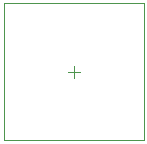
<source format=gbr>
G04*
G04 #@! TF.GenerationSoftware,Altium Limited,Altium Designer,25.4.2 (15)*
G04*
G04 Layer_Color=16711935*
%FSLAX44Y44*%
%MOMM*%
G71*
G04*
G04 #@! TF.SameCoordinates,CE8B7503-BC5D-454C-BBEA-07EE3AA0370F*
G04*
G04*
G04 #@! TF.FilePolarity,Positive*
G04*
G01*
G75*
%ADD16C,0.1000*%
%ADD83C,0.0500*%
D16*
X930000Y655000D02*
Y665000D01*
X925000Y660000D02*
X935000D01*
D83*
X870750Y718000D02*
X989250D01*
X870750Y602000D02*
X989250D01*
Y718000D01*
X870750Y602000D02*
Y718000D01*
M02*

</source>
